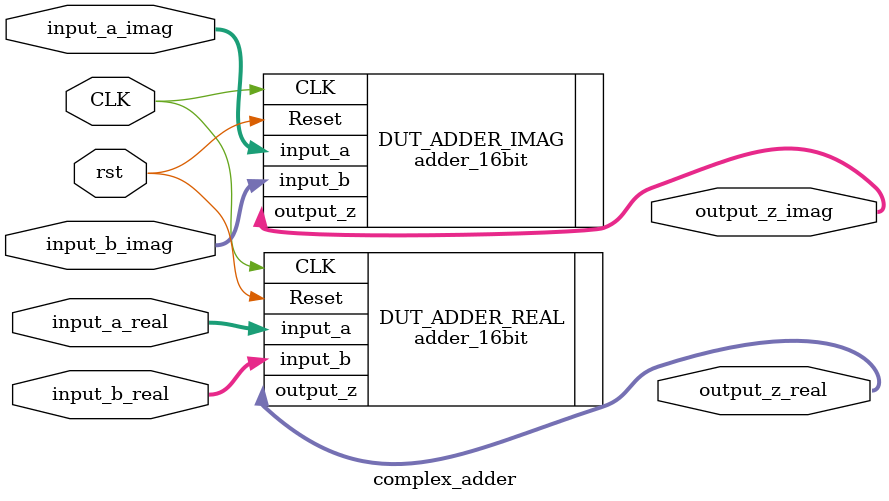
<source format=v>
module complex_adder(
CLK, rst, 
input_a_real,input_b_real,output_z_real,
input_a_imag,input_b_imag,output_z_imag
);

input CLK, rst;
input [15:0] input_a_real,input_a_imag;
input [15:0] input_b_real,input_b_imag;
output[15:0] output_z_real,output_z_imag;

adder_16bit DUT_ADDER_REAL(
.CLK(CLK), 
.Reset(rst), 
.input_a(input_a_real),
.input_b(input_b_real),
.output_z(output_z_real)
);

adder_16bit DUT_ADDER_IMAG(
.CLK(CLK), 
.Reset(rst), 
.input_a(input_a_imag),
.input_b(input_b_imag),
.output_z(output_z_imag)
);
endmodule

</source>
